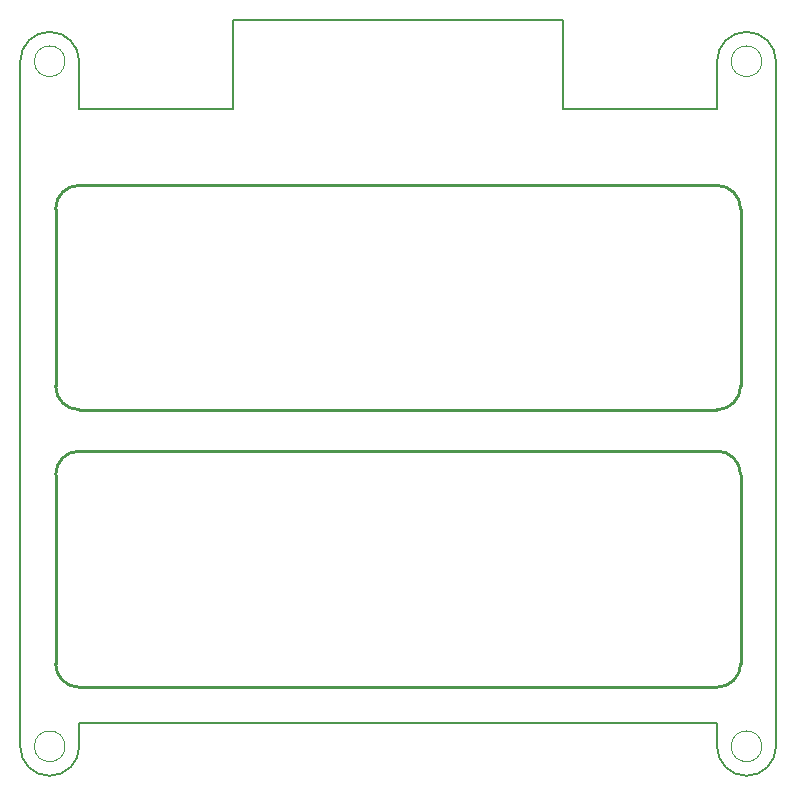
<source format=gbr>
G04*
G04 #@! TF.GenerationSoftware,Altium Limited,Altium Designer,24.3.1 (35)*
G04*
G04 Layer_Color=16711935*
%FSLAX25Y25*%
%MOIN*%
G70*
G04*
G04 #@! TF.SameCoordinates,4C6EEDD9-8573-49FE-A8EC-0E224A19D34F*
G04*
G04*
G04 #@! TF.FilePolarity,Positive*
G04*
G01*
G75*
%ADD19C,0.01000*%
%ADD20C,0.00197*%
%ADD21C,0.00787*%
D19*
X311024Y234252D02*
G03*
X303150Y242126I-7874J0D01*
G01*
Y167323D02*
G03*
X311024Y175197I0J7874D01*
G01*
X90551Y242126D02*
G03*
X82677Y234252I0J-7874D01*
G01*
Y175197D02*
G03*
X90551Y167323I7874J0D01*
G01*
X311024Y145669D02*
G03*
X303150Y153543I-7874J0D01*
G01*
Y74803D02*
G03*
X311024Y82677I0J7874D01*
G01*
X90551Y153543D02*
G03*
X82677Y145669I0J-7874D01*
G01*
Y82677D02*
G03*
X90551Y74803I7874J0D01*
G01*
Y167323D02*
X303150D01*
X90551Y242126D02*
X303150D01*
X311024Y175197D02*
Y234252D01*
X82677Y175197D02*
Y234252D01*
X90551Y74803D02*
X303150D01*
X90551Y153543D02*
X303150D01*
X311024Y82677D02*
Y145669D01*
X82677Y82677D02*
Y145669D01*
D20*
X318110Y55118D02*
G03*
X318110Y55118I-5118J0D01*
G01*
X85827D02*
G03*
X85827Y55118I-5118J0D01*
G01*
X318110Y283465D02*
G03*
X318110Y283465I-5118J0D01*
G01*
X85827D02*
G03*
X85827Y283465I-5118J0D01*
G01*
D21*
X303150Y55118D02*
G03*
X312992Y45276I9843J0D01*
G01*
D02*
G03*
X322835Y55118I0J9843D01*
G01*
X70866D02*
G03*
X80709Y45276I9843J0D01*
G01*
D02*
G03*
X90551Y55118I0J9843D01*
G01*
X322835Y283465D02*
G03*
X312992Y293307I-9843J0D01*
G01*
D02*
G03*
X303150Y283465I0J-9843D01*
G01*
X80709Y293307D02*
G03*
X70866Y283465I0J-9843D01*
G01*
X90551D02*
G03*
X80709Y293307I-9843J0D01*
G01*
X303150Y55118D02*
Y62992D01*
X90551Y55118D02*
Y62992D01*
X70866Y55118D02*
Y283465D01*
X90551Y267717D02*
Y283465D01*
Y62992D02*
X303150Y62992D01*
X251969Y267717D02*
Y297244D01*
Y267717D02*
X303150D01*
Y283465D01*
X141732Y267717D02*
Y297244D01*
X90551Y267717D02*
X141732D01*
Y297244D02*
X251969D01*
X322835Y55118D02*
Y283465D01*
M02*

</source>
